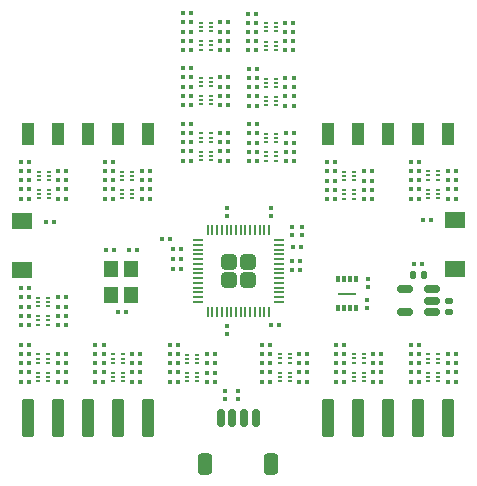
<source format=gbp>
G04 #@! TF.GenerationSoftware,KiCad,Pcbnew,7.0.10-7.0.10~ubuntu22.04.1*
G04 #@! TF.CreationDate,2024-07-08T11:58:00-07:00*
G04 #@! TF.ProjectId,driver_cplex_rp2040,64726976-6572-45f6-9370-6c65785f7270,rev?*
G04 #@! TF.SameCoordinates,Original*
G04 #@! TF.FileFunction,Paste,Bot*
G04 #@! TF.FilePolarity,Positive*
%FSLAX46Y46*%
G04 Gerber Fmt 4.6, Leading zero omitted, Abs format (unit mm)*
G04 Created by KiCad (PCBNEW 7.0.10-7.0.10~ubuntu22.04.1) date 2024-07-08 11:58:00*
%MOMM*%
%LPD*%
G01*
G04 APERTURE LIST*
G04 Aperture macros list*
%AMRoundRect*
0 Rectangle with rounded corners*
0 $1 Rounding radius*
0 $2 $3 $4 $5 $6 $7 $8 $9 X,Y pos of 4 corners*
0 Add a 4 corners polygon primitive as box body*
4,1,4,$2,$3,$4,$5,$6,$7,$8,$9,$2,$3,0*
0 Add four circle primitives for the rounded corners*
1,1,$1+$1,$2,$3*
1,1,$1+$1,$4,$5*
1,1,$1+$1,$6,$7*
1,1,$1+$1,$8,$9*
0 Add four rect primitives between the rounded corners*
20,1,$1+$1,$2,$3,$4,$5,0*
20,1,$1+$1,$4,$5,$6,$7,0*
20,1,$1+$1,$6,$7,$8,$9,0*
20,1,$1+$1,$8,$9,$2,$3,0*%
G04 Aperture macros list end*
%ADD10RoundRect,0.079500X0.079500X0.100500X-0.079500X0.100500X-0.079500X-0.100500X0.079500X-0.100500X0*%
%ADD11RoundRect,0.079500X-0.079500X-0.100500X0.079500X-0.100500X0.079500X0.100500X-0.079500X0.100500X0*%
%ADD12R,0.350000X0.200000*%
%ADD13RoundRect,0.140000X-0.140000X-0.170000X0.140000X-0.170000X0.140000X0.170000X-0.140000X0.170000X0*%
%ADD14RoundRect,0.150000X0.150000X0.625000X-0.150000X0.625000X-0.150000X-0.625000X0.150000X-0.625000X0*%
%ADD15RoundRect,0.250000X0.350000X0.650000X-0.350000X0.650000X-0.350000X-0.650000X0.350000X-0.650000X0*%
%ADD16R,1.800000X1.350000*%
%ADD17RoundRect,0.102000X-0.408000X-1.483000X0.408000X-1.483000X0.408000X1.483000X-0.408000X1.483000X0*%
%ADD18R,0.350000X0.490000*%
%ADD19R,1.600000X0.200000*%
%ADD20RoundRect,0.079500X-0.100500X0.079500X-0.100500X-0.079500X0.100500X-0.079500X0.100500X0.079500X0*%
%ADD21R,1.200000X1.400000*%
%ADD22RoundRect,0.079500X0.100500X-0.079500X0.100500X0.079500X-0.100500X0.079500X-0.100500X-0.079500X0*%
%ADD23RoundRect,0.249999X0.395001X-0.395001X0.395001X0.395001X-0.395001X0.395001X-0.395001X-0.395001X0*%
%ADD24RoundRect,0.050000X0.050000X-0.387500X0.050000X0.387500X-0.050000X0.387500X-0.050000X-0.387500X0*%
%ADD25RoundRect,0.050000X0.387500X-0.050000X0.387500X0.050000X-0.387500X0.050000X-0.387500X-0.050000X0*%
%ADD26RoundRect,0.102000X-0.418000X-0.853000X0.418000X-0.853000X0.418000X0.853000X-0.418000X0.853000X0*%
%ADD27RoundRect,0.150000X0.512500X0.150000X-0.512500X0.150000X-0.512500X-0.150000X0.512500X-0.150000X0*%
%ADD28RoundRect,0.140000X0.170000X-0.140000X0.170000X0.140000X-0.170000X0.140000X-0.170000X-0.140000X0*%
G04 APERTURE END LIST*
D10*
X55380000Y-77340000D03*
X54690000Y-77340000D03*
X61713400Y-82125800D03*
X61023400Y-82125800D03*
X78970000Y-79000000D03*
X78280000Y-79000000D03*
X85290000Y-79770000D03*
X84600000Y-79770000D03*
X71510000Y-51720000D03*
X70820000Y-51720000D03*
D11*
X81410000Y-80560000D03*
X82100000Y-80560000D03*
D12*
X74335000Y-79810000D03*
X74335000Y-80160000D03*
X74335000Y-80510000D03*
X73485000Y-80510000D03*
X73485000Y-80160000D03*
X73485000Y-79810000D03*
D11*
X70820000Y-52520000D03*
X71510000Y-52520000D03*
X87720000Y-65060000D03*
X88410000Y-65060000D03*
X87720000Y-65820000D03*
X88410000Y-65820000D03*
D10*
X52265000Y-79000000D03*
X51575000Y-79000000D03*
X86305000Y-68400000D03*
X85615000Y-68400000D03*
D11*
X60720000Y-71010000D03*
X61410000Y-71010000D03*
D13*
X84760000Y-73090000D03*
X85720000Y-73090000D03*
D12*
X60222400Y-79814400D03*
X60222400Y-80164400D03*
X60222400Y-80514400D03*
X59372400Y-80514400D03*
X59372400Y-80164400D03*
X59372400Y-79814400D03*
D10*
X52290000Y-66650000D03*
X51600000Y-66650000D03*
D11*
X84610000Y-81330000D03*
X85300000Y-81330000D03*
D12*
X53900000Y-76590000D03*
X53900000Y-76940000D03*
X53900000Y-77290000D03*
X53050000Y-77290000D03*
X53050000Y-76940000D03*
X53050000Y-76590000D03*
D10*
X82095000Y-82120000D03*
X81405000Y-82120000D03*
X66010000Y-63410000D03*
X65320000Y-63410000D03*
D12*
X86940000Y-81380000D03*
X86940000Y-81730000D03*
X86940000Y-82080000D03*
X86090000Y-82080000D03*
X86090000Y-81730000D03*
X86090000Y-81380000D03*
D11*
X68450000Y-53250000D03*
X69140000Y-53250000D03*
X74005000Y-62650000D03*
X74695000Y-62650000D03*
X61019200Y-80551000D03*
X61709200Y-80551000D03*
D14*
X71500000Y-85200000D03*
X70500000Y-85200000D03*
X69500000Y-85200000D03*
X68500000Y-85200000D03*
D15*
X72800000Y-89075000D03*
X67200000Y-89075000D03*
D11*
X70820000Y-53280000D03*
X71510000Y-53280000D03*
D12*
X60222400Y-81375000D03*
X60222400Y-81725000D03*
X60222400Y-82075000D03*
X59372400Y-82075000D03*
X59372400Y-81725000D03*
X59372400Y-81375000D03*
D10*
X85290000Y-63500000D03*
X84600000Y-63500000D03*
D11*
X58690000Y-65080000D03*
X59380000Y-65080000D03*
D16*
X88320000Y-68395000D03*
X88320000Y-72545000D03*
D10*
X59380000Y-66640000D03*
X58690000Y-66640000D03*
D12*
X86940000Y-79820000D03*
X86940000Y-80170000D03*
X86940000Y-80520000D03*
X86090000Y-80520000D03*
X86090000Y-80170000D03*
X86090000Y-79820000D03*
D11*
X70860000Y-57970000D03*
X71550000Y-57970000D03*
D12*
X67670000Y-57950000D03*
X67670000Y-58300000D03*
X67670000Y-58650000D03*
X66820000Y-58650000D03*
X66820000Y-58300000D03*
X66820000Y-57950000D03*
X67670000Y-56390000D03*
X67670000Y-56740000D03*
X67670000Y-57090000D03*
X66820000Y-57090000D03*
X66820000Y-56740000D03*
X66820000Y-56390000D03*
D11*
X73940000Y-52520000D03*
X74630000Y-52520000D03*
X84610000Y-80570000D03*
X85300000Y-80570000D03*
X81415000Y-81330000D03*
X82105000Y-81330000D03*
D10*
X68005000Y-82140000D03*
X67315000Y-82140000D03*
X88410000Y-66620000D03*
X87720000Y-66620000D03*
D12*
X61020000Y-65890000D03*
X61020000Y-66240000D03*
X61020000Y-66590000D03*
X60170000Y-66590000D03*
X60170000Y-66240000D03*
X60170000Y-65890000D03*
D10*
X71550000Y-58770000D03*
X70860000Y-58770000D03*
D11*
X74005000Y-61090000D03*
X74695000Y-61090000D03*
X65340000Y-57900000D03*
X66030000Y-57900000D03*
D12*
X80610000Y-79810000D03*
X80610000Y-80160000D03*
X80610000Y-80510000D03*
X79760000Y-80510000D03*
X79760000Y-80160000D03*
X79760000Y-79810000D03*
X86930000Y-64310000D03*
X86930000Y-64660000D03*
X86930000Y-65010000D03*
X86080000Y-65010000D03*
X86080000Y-64660000D03*
X86080000Y-64310000D03*
D10*
X66030000Y-55580000D03*
X65340000Y-55580000D03*
D11*
X64470000Y-70920000D03*
X65160000Y-70920000D03*
X51580000Y-80570000D03*
X52270000Y-80570000D03*
X68440000Y-61050000D03*
X69130000Y-61050000D03*
D10*
X52260000Y-77340000D03*
X51570000Y-77340000D03*
X66020000Y-51690000D03*
X65330000Y-51690000D03*
D11*
X54720000Y-65850000D03*
X55410000Y-65850000D03*
D17*
X77620000Y-85217000D03*
X80160000Y-85217000D03*
X82700000Y-85217000D03*
X85240000Y-85217000D03*
X87780000Y-85217000D03*
D10*
X71555000Y-56410000D03*
X70865000Y-56410000D03*
X66010000Y-61050000D03*
X65320000Y-61050000D03*
X74630000Y-54080000D03*
X73940000Y-54080000D03*
X85290000Y-64260000D03*
X84600000Y-64260000D03*
D11*
X68460000Y-57900000D03*
X69150000Y-57900000D03*
X80620000Y-65870000D03*
X81310000Y-65870000D03*
X59795000Y-76210000D03*
X60485000Y-76210000D03*
D10*
X52248200Y-74219200D03*
X51558200Y-74219200D03*
D11*
X54690000Y-75780000D03*
X55380000Y-75780000D03*
X64475000Y-71710000D03*
X65165000Y-71710000D03*
X87730000Y-80570000D03*
X88420000Y-80570000D03*
X63550000Y-70070000D03*
X64240000Y-70070000D03*
D10*
X55410000Y-66650000D03*
X54720000Y-66650000D03*
D11*
X68450000Y-51690000D03*
X69140000Y-51690000D03*
X77500000Y-65870000D03*
X78190000Y-65870000D03*
X54710000Y-80570000D03*
X55400000Y-80570000D03*
D12*
X61020000Y-64330000D03*
X61020000Y-64680000D03*
X61020000Y-65030000D03*
X60170000Y-65030000D03*
X60170000Y-64680000D03*
X60170000Y-64330000D03*
D10*
X71550000Y-55650000D03*
X70860000Y-55650000D03*
X71575000Y-63450000D03*
X70885000Y-63450000D03*
D12*
X53910000Y-79820000D03*
X53910000Y-80170000D03*
X53910000Y-80520000D03*
X53060000Y-80520000D03*
X53060000Y-80170000D03*
X53060000Y-79820000D03*
D10*
X78970000Y-79760000D03*
X78280000Y-79760000D03*
X58580000Y-82130000D03*
X57890000Y-82130000D03*
D11*
X58690000Y-65840000D03*
X59380000Y-65840000D03*
X68450000Y-52490000D03*
X69140000Y-52490000D03*
X65320000Y-61850000D03*
X66010000Y-61850000D03*
D18*
X79950000Y-75890000D03*
X79450000Y-75890000D03*
X78950000Y-75890000D03*
X78450000Y-75890000D03*
X78450000Y-73450000D03*
X78950000Y-73450000D03*
X79450000Y-73450000D03*
X79950000Y-73450000D03*
D19*
X79200000Y-74670000D03*
D11*
X87720000Y-64260000D03*
X88410000Y-64260000D03*
X64190000Y-80580000D03*
X64880000Y-80580000D03*
X54710000Y-81340000D03*
X55400000Y-81340000D03*
X65325000Y-62610000D03*
X66015000Y-62610000D03*
D10*
X85290000Y-66620000D03*
X84600000Y-66620000D03*
X75320000Y-70680000D03*
X74630000Y-70680000D03*
D11*
X68460000Y-57140000D03*
X69150000Y-57140000D03*
D20*
X74530000Y-68995000D03*
X74530000Y-69685000D03*
D10*
X66020000Y-54050000D03*
X65330000Y-54050000D03*
X59380000Y-63520000D03*
X58690000Y-63520000D03*
D11*
X68440000Y-62610000D03*
X69130000Y-62610000D03*
D12*
X53930000Y-64340000D03*
X53930000Y-64690000D03*
X53930000Y-65040000D03*
X53080000Y-65040000D03*
X53080000Y-64690000D03*
X53080000Y-64340000D03*
X53930000Y-65900000D03*
X53930000Y-66250000D03*
X53930000Y-66600000D03*
X53080000Y-66600000D03*
X53080000Y-66250000D03*
X53080000Y-65900000D03*
D16*
X51680000Y-72710000D03*
X51680000Y-68560000D03*
D21*
X60950000Y-72570000D03*
X60950000Y-74770000D03*
X59250000Y-74770000D03*
X59250000Y-72570000D03*
D22*
X80940000Y-74115000D03*
X80940000Y-73425000D03*
D10*
X78970000Y-82120000D03*
X78280000Y-82120000D03*
X75235000Y-72630000D03*
X74545000Y-72630000D03*
D11*
X74005000Y-61890000D03*
X74695000Y-61890000D03*
D12*
X67650000Y-61100000D03*
X67650000Y-61450000D03*
X67650000Y-61800000D03*
X66800000Y-61800000D03*
X66800000Y-61450000D03*
X66800000Y-61100000D03*
D11*
X57895000Y-80570000D03*
X58585000Y-80570000D03*
D12*
X80610000Y-81370000D03*
X80610000Y-81720000D03*
X80610000Y-82070000D03*
X79760000Y-82070000D03*
X79760000Y-81720000D03*
X79760000Y-81370000D03*
D11*
X78280000Y-80560000D03*
X78970000Y-80560000D03*
D10*
X78190000Y-66670000D03*
X77500000Y-66670000D03*
D11*
X65340000Y-57140000D03*
X66030000Y-57140000D03*
D17*
X52220000Y-85217000D03*
X54760000Y-85217000D03*
X57300000Y-85217000D03*
X59840000Y-85217000D03*
X62380000Y-85217000D03*
D11*
X61810000Y-65840000D03*
X62500000Y-65840000D03*
D10*
X85290000Y-79010000D03*
X84600000Y-79010000D03*
D11*
X61019200Y-79763600D03*
X61709200Y-79763600D03*
X51580000Y-81330000D03*
X52270000Y-81330000D03*
D12*
X53910000Y-81380000D03*
X53910000Y-81730000D03*
X53910000Y-82080000D03*
X53060000Y-82080000D03*
X53060000Y-81730000D03*
X53060000Y-81380000D03*
D11*
X73980000Y-56410000D03*
X74670000Y-56410000D03*
X64190000Y-81340000D03*
X64880000Y-81340000D03*
D23*
X69200000Y-73550000D03*
X70800000Y-73550000D03*
X69200000Y-71950000D03*
X70800000Y-71950000D03*
D24*
X72600000Y-76187500D03*
X72200000Y-76187500D03*
X71800000Y-76187500D03*
X71400000Y-76187500D03*
X71000000Y-76187500D03*
X70600000Y-76187500D03*
X70200000Y-76187500D03*
X69800000Y-76187500D03*
X69400000Y-76187500D03*
X69000000Y-76187500D03*
X68600000Y-76187500D03*
X68200000Y-76187500D03*
X67800000Y-76187500D03*
X67400000Y-76187500D03*
D25*
X66562500Y-75350000D03*
X66562500Y-74950000D03*
X66562500Y-74550000D03*
X66562500Y-74150000D03*
X66562500Y-73750000D03*
X66562500Y-73350000D03*
X66562500Y-72950000D03*
X66562500Y-72550000D03*
X66562500Y-72150000D03*
X66562500Y-71750000D03*
X66562500Y-71350000D03*
X66562500Y-70950000D03*
X66562500Y-70550000D03*
X66562500Y-70150000D03*
D24*
X67400000Y-69312500D03*
X67800000Y-69312500D03*
X68200000Y-69312500D03*
X68600000Y-69312500D03*
X69000000Y-69312500D03*
X69400000Y-69312500D03*
X69800000Y-69312500D03*
X70200000Y-69312500D03*
X70600000Y-69312500D03*
X71000000Y-69312500D03*
X71400000Y-69312500D03*
X71800000Y-69312500D03*
X72200000Y-69312500D03*
X72600000Y-69312500D03*
D25*
X73437500Y-70150000D03*
X73437500Y-70550000D03*
X73437500Y-70950000D03*
X73437500Y-71350000D03*
X73437500Y-71750000D03*
X73437500Y-72150000D03*
X73437500Y-72550000D03*
X73437500Y-72950000D03*
X73437500Y-73350000D03*
X73437500Y-73750000D03*
X73437500Y-74150000D03*
X73437500Y-74550000D03*
X73437500Y-74950000D03*
X73437500Y-75350000D03*
D10*
X78190000Y-63540000D03*
X77500000Y-63540000D03*
D12*
X73190000Y-56460000D03*
X73190000Y-56810000D03*
X73190000Y-57160000D03*
X72340000Y-57160000D03*
X72340000Y-56810000D03*
X72340000Y-56460000D03*
D10*
X71575000Y-60330000D03*
X70885000Y-60330000D03*
D22*
X69950000Y-83615000D03*
X69950000Y-82925000D03*
D11*
X70885000Y-61890000D03*
X71575000Y-61890000D03*
D10*
X66020000Y-50930000D03*
X65330000Y-50930000D03*
X81310000Y-66670000D03*
X80620000Y-66670000D03*
D20*
X75350000Y-68995000D03*
X75350000Y-69685000D03*
D11*
X61810000Y-65080000D03*
X62500000Y-65080000D03*
D12*
X73190000Y-58020000D03*
X73190000Y-58370000D03*
X73190000Y-58720000D03*
X72340000Y-58720000D03*
X72340000Y-58370000D03*
X72340000Y-58020000D03*
D11*
X57895000Y-81330000D03*
X58585000Y-81330000D03*
X68440000Y-61850000D03*
X69130000Y-61850000D03*
D12*
X73215000Y-61140000D03*
X73215000Y-61490000D03*
X73215000Y-61840000D03*
X72365000Y-61840000D03*
X72365000Y-61490000D03*
X72365000Y-61140000D03*
X67650000Y-62660000D03*
X67650000Y-63010000D03*
X67650000Y-63360000D03*
X66800000Y-63360000D03*
X66800000Y-63010000D03*
X66800000Y-62660000D03*
D11*
X61810000Y-64280000D03*
X62500000Y-64280000D03*
D10*
X75815000Y-82120000D03*
X75125000Y-82120000D03*
X52270000Y-79770000D03*
X51580000Y-79770000D03*
D20*
X72760000Y-67430000D03*
X72760000Y-68120000D03*
D10*
X64880000Y-82140000D03*
X64190000Y-82140000D03*
D11*
X51570000Y-76540000D03*
X52260000Y-76540000D03*
D12*
X73150000Y-51770000D03*
X73150000Y-52120000D03*
X73150000Y-52470000D03*
X72300000Y-52470000D03*
X72300000Y-52120000D03*
X72300000Y-51770000D03*
D10*
X59380000Y-64280000D03*
X58690000Y-64280000D03*
D11*
X87730000Y-81330000D03*
X88420000Y-81330000D03*
X87735000Y-79770000D03*
X88425000Y-79770000D03*
X70885000Y-62650000D03*
X71575000Y-62650000D03*
D12*
X73150000Y-53330000D03*
X73150000Y-53680000D03*
X73150000Y-54030000D03*
X72300000Y-54030000D03*
X72300000Y-53680000D03*
X72300000Y-53330000D03*
D11*
X73980000Y-57970000D03*
X74670000Y-57970000D03*
D10*
X69130000Y-63410000D03*
X68440000Y-63410000D03*
D11*
X70865000Y-57210000D03*
X71555000Y-57210000D03*
D10*
X64880000Y-79020000D03*
X64190000Y-79020000D03*
X78190000Y-64310000D03*
X77500000Y-64310000D03*
D11*
X73940000Y-53280000D03*
X74630000Y-53280000D03*
X75130000Y-79760000D03*
X75820000Y-79760000D03*
D12*
X53900000Y-75030000D03*
X53900000Y-75380000D03*
X53900000Y-75730000D03*
X53050000Y-75730000D03*
X53050000Y-75380000D03*
X53050000Y-75030000D03*
D26*
X77620000Y-61177000D03*
X80160000Y-61177000D03*
X82700000Y-61177000D03*
X85240000Y-61177000D03*
X87780000Y-61177000D03*
D11*
X80620000Y-64310000D03*
X81310000Y-64310000D03*
D10*
X69150000Y-58700000D03*
X68460000Y-58700000D03*
D11*
X64485000Y-72550000D03*
X65175000Y-72550000D03*
X67315000Y-80580000D03*
X68005000Y-80580000D03*
D10*
X72695000Y-82120000D03*
X72005000Y-82120000D03*
D12*
X66520000Y-79830000D03*
X66520000Y-80180000D03*
X66520000Y-80530000D03*
X65670000Y-80530000D03*
X65670000Y-80180000D03*
X65670000Y-79830000D03*
X67660000Y-53300000D03*
X67660000Y-53650000D03*
X67660000Y-54000000D03*
X66810000Y-54000000D03*
X66810000Y-53650000D03*
X66810000Y-53300000D03*
D11*
X73980000Y-57210000D03*
X74670000Y-57210000D03*
X80620000Y-65110000D03*
X81310000Y-65110000D03*
D10*
X66030000Y-58700000D03*
X65340000Y-58700000D03*
X66030000Y-56340000D03*
X65340000Y-56340000D03*
X69140000Y-54050000D03*
X68450000Y-54050000D03*
X74695000Y-63450000D03*
X74005000Y-63450000D03*
D11*
X73940000Y-51720000D03*
X74630000Y-51720000D03*
X53680000Y-68570000D03*
X54370000Y-68570000D03*
X51600000Y-65850000D03*
X52290000Y-65850000D03*
D10*
X73470000Y-77300000D03*
X72780000Y-77300000D03*
D11*
X54690000Y-74980000D03*
X55380000Y-74980000D03*
D10*
X74670000Y-58770000D03*
X73980000Y-58770000D03*
D11*
X54720000Y-64290000D03*
X55410000Y-64290000D03*
X84600000Y-65820000D03*
X85290000Y-65820000D03*
D10*
X85300000Y-82130000D03*
X84610000Y-82130000D03*
D11*
X54710000Y-79770000D03*
X55400000Y-79770000D03*
X75125000Y-81320000D03*
X75815000Y-81320000D03*
X67315000Y-81350000D03*
X68005000Y-81350000D03*
D12*
X66520000Y-81390000D03*
X66520000Y-81740000D03*
X66520000Y-82090000D03*
X65670000Y-82090000D03*
X65670000Y-81740000D03*
X65670000Y-81390000D03*
X73215000Y-62700000D03*
X73215000Y-63050000D03*
X73215000Y-63400000D03*
X72365000Y-63400000D03*
X72365000Y-63050000D03*
X72365000Y-62700000D03*
D10*
X66010000Y-60290000D03*
X65320000Y-60290000D03*
D12*
X79830000Y-64360000D03*
X79830000Y-64710000D03*
X79830000Y-65060000D03*
X78980000Y-65060000D03*
X78980000Y-64710000D03*
X78980000Y-64360000D03*
D22*
X69000000Y-78100000D03*
X69000000Y-77410000D03*
D11*
X51570000Y-75780000D03*
X52260000Y-75780000D03*
X67315000Y-79780000D03*
X68005000Y-79780000D03*
D10*
X71575000Y-61090000D03*
X70885000Y-61090000D03*
X62500000Y-66640000D03*
X61810000Y-66640000D03*
D11*
X54720000Y-65090000D03*
X55410000Y-65090000D03*
D10*
X72695000Y-79000000D03*
X72005000Y-79000000D03*
X71510000Y-50960000D03*
X70820000Y-50960000D03*
D20*
X69010000Y-67410000D03*
X69010000Y-68100000D03*
D11*
X65330000Y-53250000D03*
X66020000Y-53250000D03*
X72005000Y-80560000D03*
X72695000Y-80560000D03*
D26*
X52220000Y-61177000D03*
X54760000Y-61177000D03*
X57300000Y-61177000D03*
X59840000Y-61177000D03*
X62380000Y-61177000D03*
D11*
X72005000Y-81320000D03*
X72695000Y-81320000D03*
D10*
X71510000Y-54080000D03*
X70820000Y-54080000D03*
D11*
X81405000Y-79760000D03*
X82095000Y-79760000D03*
X61023400Y-81338400D03*
X61713400Y-81338400D03*
D10*
X59470000Y-71010000D03*
X58780000Y-71010000D03*
X72695000Y-79760000D03*
X72005000Y-79760000D03*
D11*
X84600000Y-65060000D03*
X85290000Y-65060000D03*
X77500000Y-65110000D03*
X78190000Y-65110000D03*
D22*
X68830000Y-83625000D03*
X68830000Y-82935000D03*
D11*
X54690000Y-76550000D03*
X55380000Y-76550000D03*
D27*
X86358500Y-74303200D03*
X86358500Y-75253200D03*
X86358500Y-76203200D03*
X84083500Y-76203200D03*
X84083500Y-74303200D03*
D12*
X67660000Y-51740000D03*
X67660000Y-52090000D03*
X67660000Y-52440000D03*
X66810000Y-52440000D03*
X66810000Y-52090000D03*
X66810000Y-51740000D03*
D11*
X65330000Y-52490000D03*
X66020000Y-52490000D03*
D12*
X86930000Y-65870000D03*
X86930000Y-66220000D03*
X86930000Y-66570000D03*
X86080000Y-66570000D03*
X86080000Y-66220000D03*
X86080000Y-65870000D03*
D10*
X75235000Y-71870000D03*
X74545000Y-71870000D03*
D11*
X68460000Y-56340000D03*
X69150000Y-56340000D03*
D10*
X55400000Y-82130000D03*
X54710000Y-82130000D03*
X52290000Y-64290000D03*
X51600000Y-64290000D03*
D12*
X79830000Y-65920000D03*
X79830000Y-66270000D03*
X79830000Y-66620000D03*
X78980000Y-66620000D03*
X78980000Y-66270000D03*
X78980000Y-65920000D03*
D10*
X52260000Y-74980000D03*
X51570000Y-74980000D03*
D11*
X51620000Y-63490000D03*
X52310000Y-63490000D03*
D10*
X58585000Y-79763600D03*
X57895000Y-79763600D03*
X88420000Y-82130000D03*
X87730000Y-82130000D03*
D11*
X78280000Y-81320000D03*
X78970000Y-81320000D03*
D10*
X52270000Y-82120000D03*
X51580000Y-82120000D03*
D11*
X51600000Y-65090000D03*
X52290000Y-65090000D03*
D28*
X87870000Y-76240000D03*
X87870000Y-75280000D03*
D20*
X80930000Y-75220000D03*
X80930000Y-75910000D03*
D10*
X58590000Y-79000000D03*
X57900000Y-79000000D03*
X85570000Y-72130000D03*
X84880000Y-72130000D03*
X64880000Y-79780000D03*
X64190000Y-79780000D03*
D12*
X74335000Y-81370000D03*
X74335000Y-81720000D03*
X74335000Y-82070000D03*
X73485000Y-82070000D03*
X73485000Y-81720000D03*
X73485000Y-81370000D03*
D11*
X75125000Y-80560000D03*
X75815000Y-80560000D03*
M02*

</source>
